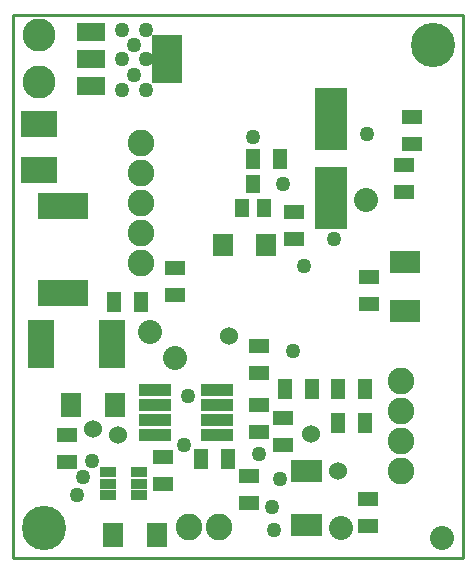
<source format=gts>
%FSLAX25Y25*%
%MOIN*%
G70*
G01*
G75*
G04 Layer_Color=8388736*
%ADD10R,0.05906X0.03937*%
%ADD11R,0.03937X0.05906*%
%ADD12R,0.11024X0.07874*%
%ADD13R,0.05512X0.07087*%
%ADD14R,0.07874X0.14961*%
%ADD15R,0.10000X0.20000*%
%ADD16R,0.01700X0.06600*%
%ADD17R,0.15748X0.07874*%
%ADD18R,0.10000X0.03000*%
%ADD19R,0.09000X0.15000*%
%ADD20R,0.08465X0.05000*%
%ADD21R,0.03500X0.05000*%
%ADD22R,0.04200X0.02600*%
%ADD23R,0.05512X0.06299*%
%ADD24R,0.09449X0.06299*%
%ADD25C,0.02000*%
%ADD26C,0.05000*%
%ADD27C,0.06000*%
%ADD28C,0.04500*%
%ADD29C,0.05500*%
%ADD30C,0.01500*%
%ADD31C,0.03000*%
%ADD32C,0.04000*%
%ADD33C,0.02500*%
%ADD34C,0.01000*%
%ADD35R,0.08000X0.04428*%
%ADD36R,0.07572X0.06428*%
%ADD37R,0.06500X0.08500*%
%ADD38R,0.04500X0.03500*%
%ADD39R,0.04000X0.12000*%
%ADD40R,0.04700X0.09400*%
%ADD41R,0.10000X0.05200*%
%ADD42R,0.15100X0.28000*%
%ADD43R,0.08000X0.06500*%
%ADD44R,0.07500X0.03500*%
%ADD45C,0.07874*%
%ADD46C,0.13780*%
%ADD47C,0.10000*%
%ADD48C,0.04000*%
%ADD49C,0.07000*%
%ADD50C,0.05000*%
%ADD51R,0.04724X0.09449*%
%ADD52R,0.11024X0.04724*%
%ADD53R,0.23500X0.29000*%
%ADD54C,0.00394*%
%ADD55C,0.00200*%
%ADD56C,0.00300*%
%ADD57C,0.00197*%
%ADD58C,0.00500*%
%ADD59C,0.00787*%
%ADD60C,0.00050*%
%ADD61C,0.00800*%
%ADD62R,0.02100X0.06299*%
%ADD63R,0.06000X0.16929*%
%ADD64R,0.02100X0.06299*%
%ADD65R,0.02300X0.06299*%
%ADD66R,0.06906X0.04937*%
%ADD67R,0.04937X0.06906*%
%ADD68R,0.12024X0.08874*%
%ADD69R,0.06512X0.08087*%
%ADD70R,0.08874X0.15961*%
%ADD71R,0.11000X0.21000*%
%ADD72R,0.02700X0.07600*%
%ADD73R,0.16748X0.08874*%
%ADD74R,0.11000X0.04000*%
%ADD75R,0.10000X0.16000*%
%ADD76R,0.09465X0.06000*%
%ADD77R,0.04500X0.06000*%
%ADD78R,0.05200X0.03600*%
%ADD79R,0.06512X0.07299*%
%ADD80R,0.10449X0.07299*%
%ADD81C,0.08874*%
%ADD82C,0.14779*%
%ADD83C,0.11000*%
%ADD84C,0.08000*%
%ADD85C,0.06000*%
D34*
X139500Y-10000D02*
Y171000D01*
X-10500Y-10000D02*
X139500D01*
X-10500Y171000D02*
X139500D01*
X-10500Y-10000D02*
Y171000D01*
D50*
X79600Y114700D02*
D03*
X86600Y87200D02*
D03*
X12900Y16800D02*
D03*
X78400Y16300D02*
D03*
X71500Y24700D02*
D03*
X76700Y-600D02*
D03*
X75900Y7000D02*
D03*
X48000Y43900D02*
D03*
X16000Y22200D02*
D03*
X34000Y146000D02*
D03*
X26000D02*
D03*
X30000Y151000D02*
D03*
X34000Y156200D02*
D03*
X26000D02*
D03*
X30000Y161000D02*
D03*
X34000Y166000D02*
D03*
X26000D02*
D03*
X69600Y130200D02*
D03*
X10800Y11000D02*
D03*
X46600Y27700D02*
D03*
X83000Y58900D02*
D03*
X107600Y131200D02*
D03*
X96600Y96200D02*
D03*
D66*
X83100Y105200D02*
D03*
Y96200D02*
D03*
X7500Y22000D02*
D03*
Y31000D02*
D03*
X39500Y23700D02*
D03*
Y14700D02*
D03*
X120000Y121000D02*
D03*
Y112000D02*
D03*
X108100Y83700D02*
D03*
Y74700D02*
D03*
X71500Y51700D02*
D03*
Y60700D02*
D03*
Y32000D02*
D03*
Y41000D02*
D03*
X79500Y36500D02*
D03*
Y27500D02*
D03*
X122500Y137000D02*
D03*
Y128000D02*
D03*
X108000Y9500D02*
D03*
Y500D02*
D03*
X43600Y77700D02*
D03*
Y86700D02*
D03*
X68100Y17200D02*
D03*
Y8200D02*
D03*
D67*
X89100Y46200D02*
D03*
X80100D02*
D03*
X52300Y23000D02*
D03*
X61300D02*
D03*
X107000Y35000D02*
D03*
X98000D02*
D03*
X107000Y46200D02*
D03*
X98000D02*
D03*
X78500Y123000D02*
D03*
X69500D02*
D03*
X23100Y75200D02*
D03*
X32100D02*
D03*
D68*
X-1900Y119346D02*
D03*
Y134700D02*
D03*
D69*
X37600Y-2300D02*
D03*
X23033D02*
D03*
X23500Y41000D02*
D03*
X8933D02*
D03*
D70*
X-1022Y61200D02*
D03*
X22600D02*
D03*
D71*
X95500Y136200D02*
D03*
Y109800D02*
D03*
D72*
X83500Y1000D02*
D03*
X86059D02*
D03*
X88618D02*
D03*
X91177D02*
D03*
X83500Y19110D02*
D03*
X86059D02*
D03*
X88618D02*
D03*
X91177D02*
D03*
D73*
X6100Y107334D02*
D03*
Y78200D02*
D03*
D74*
X37000Y46000D02*
D03*
Y41000D02*
D03*
Y36000D02*
D03*
Y31000D02*
D03*
X57500Y36000D02*
D03*
Y41000D02*
D03*
Y31000D02*
D03*
Y46000D02*
D03*
D75*
X40797Y156200D02*
D03*
D76*
X15600Y147200D02*
D03*
Y156200D02*
D03*
Y165200D02*
D03*
D77*
X65800Y106700D02*
D03*
X73280D02*
D03*
X69540Y114574D02*
D03*
D78*
X21300Y14740D02*
D03*
X31500Y18480D02*
D03*
Y14740D02*
D03*
Y11000D02*
D03*
X21300D02*
D03*
Y18480D02*
D03*
D79*
X73773Y94200D02*
D03*
X59600D02*
D03*
D80*
X120100Y88700D02*
D03*
Y72165D02*
D03*
D81*
X32100Y98200D02*
D03*
Y108200D02*
D03*
Y118200D02*
D03*
Y128200D02*
D03*
Y88200D02*
D03*
X119000Y18800D02*
D03*
Y28800D02*
D03*
Y38800D02*
D03*
Y48800D02*
D03*
X58100Y200D02*
D03*
X48100D02*
D03*
D82*
X0Y0D02*
D03*
X129500Y160800D02*
D03*
D83*
X-1900Y148700D02*
D03*
Y164300D02*
D03*
D84*
X35100Y65200D02*
D03*
X132500Y-3500D02*
D03*
X98800Y-100D02*
D03*
X107100Y109200D02*
D03*
X43500Y56600D02*
D03*
D85*
X98000Y18800D02*
D03*
X89000Y31200D02*
D03*
X16100Y33100D02*
D03*
X24400Y31000D02*
D03*
X61700Y64100D02*
D03*
M02*

</source>
